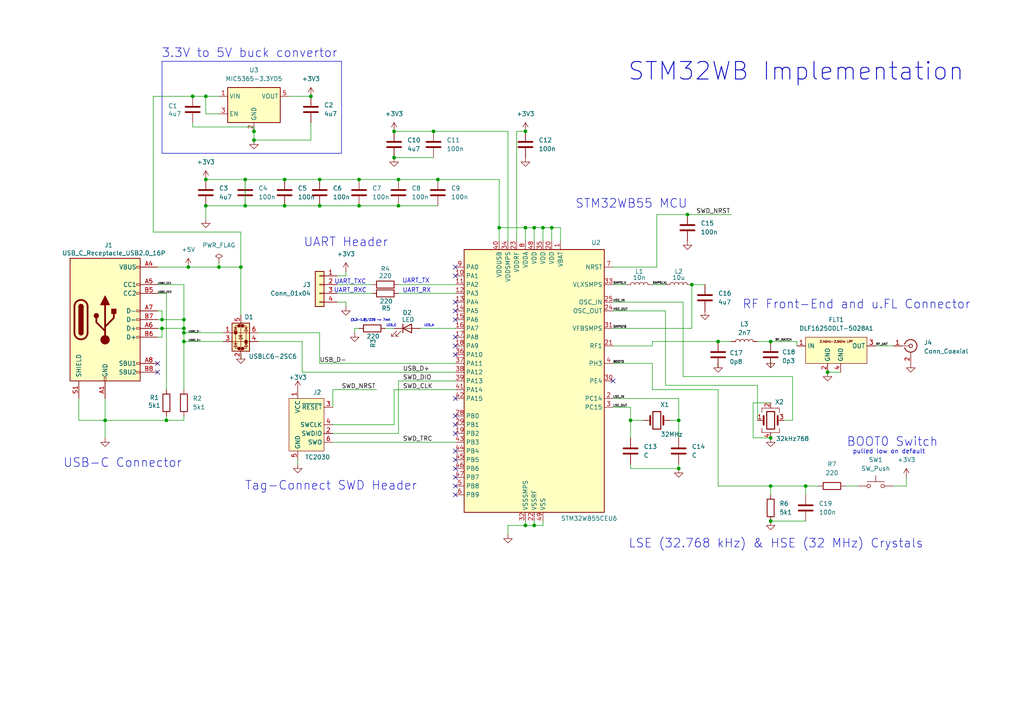
<source format=kicad_sch>
(kicad_sch (version 20250114) (generator "eeschema") (generator_version "9.0")
  (paper "A4")
  (title_block (title "STM32WB Implementation") (date "2025-08-03") (rev "A") (company "Amy Zheng"))
  (lib_symbols
    (symbol "BluephilDemo_SchematicSymbols:DLF162500LT-5028A1_"
      (property "Reference" "FLT" (at 0 4.318 0))
      (property "Value" "DLF162500LT-5028A1" (at 0 0 0))
      (symbol "DLF162500LT-5028A1__0_0"
        (pin passive line (at -10.16 0 0) (length 2.54) (name "IN") (number "1"))
        (pin passive line (at -1.27 -7.62 90) (length 2.54) (name "GND") (number "2"))
        (pin passive line (at 2.54 -7.62 90) (length 2.54) (name "GND") (number "4"))
        (pin passive line (at 12.7 0 180) (length 2.54) (name "OUT") (number "3"))
      )
      (symbol "DLF162500LT-5028A1__1_1"
        (rectangle (start -7.62 2.54) (end 10.16 -5.08) (fill (type background)))
        (text "2.4GHz-2.5GHz LPF" (at 1.27 1.27 0) (effects (font (size 0.635 0.635))))
      )
    )
    (symbol "Connector:Conn_ARM_SWD_TagConnect_TC2030" (in_bom no)
      (property "Reference" "J" (at 2.54 11.43 0))
      (property "Value" "Conn_ARM_SWD_TagConnect_TC2030" (at 5.08 8.89 0))
      (symbol "Conn_ARM_SWD_TagConnect_TC2030_0_0"
        (pin power_in line (at -2.54 10.16 270) (length 2.54) (name "VCC") (number "1"))
        (pin power_in line (at -2.54 -10.16 90) (length 2.54) (name "GND") (number "5"))
        (pin open_collector line (at 7.62 5.08 180) (length 2.54) (name "~{RESET}") (number "3"))
        (pin output line (at 7.62 0 180) (length 2.54) (name "SWCLK") (number "4"))
        (pin bidirectional line (at 7.62 -2.54 180) (length 2.54) (name "SWDIO") (number "2"))
        (pin input line (at 7.62 -5.08 180) (length 2.54) (name "SWO") (number "6"))
      )
      (symbol "Conn_ARM_SWD_TagConnect_TC2030_0_1"
        (rectangle (start -5.08 7.62) (end 5.08 -7.62) (fill (type background)))
      )
    )
    (symbol "Connector:Conn_Coaxial" (pin_names (offset 1.016) (hide yes))
      (property "Reference" "J" (at 0.254 3.048 0))
      (property "Value" "Conn_Coaxial" (at 2.921 0 90))
      (symbol "Conn_Coaxial_0_1"
        (polyline (pts (xy -2.54 0) (xy -0.508 0)))
        (arc (start 1.778 0) (mid 0.222 -1.8079) (end -1.778 -0.508) (stroke (width 0.254)))
        (arc (start -1.778 0.508) (mid 0.2221 1.8084) (end 1.778 0) (stroke (width 0.254)))
        (circle (center 0 0) (radius 0.508) (stroke (width 0.2032)))
        (polyline (pts (xy 0 -2.54) (xy 0 -1.778)))
      )
      (symbol "Conn_Coaxial_1_1"
        (pin passive line (at -5.08 0 0) (length 2.54) (name "In") (number "1"))
        (pin passive line (at 0 -5.08 90) (length 2.54) (name "Ext") (number "2"))
      )
    )
    (symbol "Connector:USB_C_Receptacle_USB2.0_16P" (pin_names (offset 1.016))
      (property "Reference" "J" (at 0 22.225 0))
      (property "Value" "USB_C_Receptacle_USB2.0_16P" (at 0 19.685 0))
      (symbol "USB_C_Receptacle_USB2.0_16P_0_0"
        (rectangle (start -0.254 -17.78) (end 0.254 -16.764))
        (rectangle (start 10.16 15.494) (end 9.144 14.986))
        (rectangle (start 10.16 10.414) (end 9.144 9.906))
        (rectangle (start 10.16 7.874) (end 9.144 7.366))
        (rectangle (start 10.16 2.794) (end 9.144 2.286))
        (rectangle (start 10.16 0.254) (end 9.144 -0.254))
        (rectangle (start 10.16 -2.286) (end 9.144 -2.794))
        (rectangle (start 10.16 -4.826) (end 9.144 -5.334))
        (rectangle (start 10.16 -12.446) (end 9.144 -12.954))
        (rectangle (start 10.16 -14.986) (end 9.144 -15.494))
      )
      (symbol "USB_C_Receptacle_USB2.0_16P_0_1"
        (rectangle (start -10.16 17.78) (end 10.16 -17.78) (stroke (width 0.254)) (fill (type background)))
        (polyline (pts (xy -8.89 -3.81) (xy -8.89 3.81)) (stroke (width 0.508)))
        (rectangle (start -7.62 -3.81) (end -6.35 3.81) (stroke (width 0.254)) (fill (type outline)))
        (arc (start -7.62 3.81) (mid -6.985 4.4423) (end -6.35 3.81) (stroke (width 0.254)))
        (arc (start -7.62 3.81) (mid -6.985 4.4423) (end -6.35 3.81) (stroke (width 0.254)) (fill (type outline)))
        (arc (start -8.89 3.81) (mid -6.985 5.7067) (end -5.08 3.81) (stroke (width 0.508)))
        (arc (start -5.08 -3.81) (mid -6.985 -5.7067) (end -8.89 -3.81) (stroke (width 0.508)))
        (arc (start -6.35 -3.81) (mid -6.985 -4.4423) (end -7.62 -3.81) (stroke (width 0.254)))
        (arc (start -6.35 -3.81) (mid -6.985 -4.4423) (end -7.62 -3.81) (stroke (width 0.254)) (fill (type outline)))
        (polyline (pts (xy -5.08 3.81) (xy -5.08 -3.81)) (stroke (width 0.508)))
        (circle (center -2.54 1.143) (radius 0.635) (stroke (width 0.254)) (fill (type outline)))
        (polyline (pts (xy -1.27 4.318) (xy 0 6.858) (xy 1.27 4.318) (xy -1.27 4.318)) (stroke (width 0.254)) (fill (type outline)))
        (polyline (pts (xy 0 -2.032) (xy 2.54 0.508) (xy 2.54 1.778)) (stroke (width 0.508)))
        (polyline (pts (xy 0 -3.302) (xy -2.54 -0.762) (xy -2.54 0.508)) (stroke (width 0.508)))
        (polyline (pts (xy 0 -5.842) (xy 0 4.318)) (stroke (width 0.508)))
        (circle (center 0 -5.842) (radius 1.27) (fill (type outline)))
        (rectangle (start 1.905 1.778) (end 3.175 3.048) (stroke (width 0.254)) (fill (type outline)))
      )
      (symbol "USB_C_Receptacle_USB2.0_16P_1_1"
        (pin passive line (at -7.62 -22.86 90) (length 5.08) (name "SHIELD") (number "S1"))
        (pin passive line (at 0 -22.86 90) (length 5.08) (name "GND") (number "A1"))
        (pin passive line (at 0 -22.86 90) (length 5.08) (hide yes) (name "GND") (number "A12"))
        (pin passive line (at 0 -22.86 90) (length 5.08) (hide yes) (name "GND") (number "B1"))
        (pin passive line (at 0 -22.86 90) (length 5.08) (hide yes) (name "GND") (number "B12"))
        (pin passive line (at 15.24 15.24 180) (length 5.08) (name "VBUS") (number "A4"))
        (pin passive line (at 15.24 15.24 180) (length 5.08) (hide yes) (name "VBUS") (number "A9"))
        (pin passive line (at 15.24 15.24 180) (length 5.08) (hide yes) (name "VBUS") (number "B4"))
        (pin passive line (at 15.24 15.24 180) (length 5.08) (hide yes) (name "VBUS") (number "B9"))
        (pin bidirectional line (at 15.24 10.16 180) (length 5.08) (name "CC1") (number "A5"))
        (pin bidirectional line (at 15.24 7.62 180) (length 5.08) (name "CC2") (number "B5"))
        (pin bidirectional line (at 15.24 2.54 180) (length 5.08) (name "D-") (number "A7"))
        (pin bidirectional line (at 15.24 0 180) (length 5.08) (name "D-") (number "B7"))
        (pin bidirectional line (at 15.24 -2.54 180) (length 5.08) (name "D+") (number "A6"))
        (pin bidirectional line (at 15.24 -5.08 180) (length 5.08) (name "D+") (number "B6"))
        (pin bidirectional line (at 15.24 -12.7 180) (length 5.08) (name "SBU1") (number "A8"))
        (pin bidirectional line (at 15.24 -15.24 180) (length 5.08) (name "SBU2") (number "B8"))
      )
    )
    (symbol "Connector_Generic:Conn_01x04" (pin_names (offset 1.016) (hide yes))
      (property "Reference" "J" (at 0 5.08 0))
      (property "Value" "Conn_01x04" (at 0 -7.62 0))
      (symbol "Conn_01x04_1_1"
        (rectangle (start -1.27 3.81) (end 1.27 -6.35) (stroke (width 0.254)) (fill (type background)))
        (rectangle (start -1.27 2.667) (end 0 2.413) (stroke (width 0.1524)))
        (rectangle (start -1.27 0.127) (end 0 -0.127) (stroke (width 0.1524)))
        (rectangle (start -1.27 -2.413) (end 0 -2.667) (stroke (width 0.1524)))
        (rectangle (start -1.27 -4.953) (end 0 -5.207) (stroke (width 0.1524)))
        (pin passive line (at -5.08 2.54 0) (length 3.81) (name "Pin_1") (number "1"))
        (pin passive line (at -5.08 0 0) (length 3.81) (name "Pin_2") (number "2"))
        (pin passive line (at -5.08 -2.54 0) (length 3.81) (name "Pin_3") (number "3"))
        (pin passive line (at -5.08 -5.08 0) (length 3.81) (name "Pin_4") (number "4"))
      )
    )
    (symbol "Device:C" (pin_numbers (hide yes)) (pin_names (offset 0.254))
      (property "Reference" "C" (at 0.635 2.54 0))
      (property "Value" "C" (at 0.635 -2.54 0))
      (symbol "C_0_1"
        (polyline (pts (xy -2.032 0.762) (xy 2.032 0.762)) (stroke (width 0.508)))
        (polyline (pts (xy -2.032 -0.762) (xy 2.032 -0.762)) (stroke (width 0.508)))
      )
      (symbol "C_1_1"
        (pin passive line (at 0 3.81 270) (length 2.794) (name "~") (number "1"))
        (pin passive line (at 0 -3.81 90) (length 2.794) (name "~") (number "2"))
      )
    )
    (symbol "Device:Crystal" (pin_numbers (hide yes)) (pin_names (offset 1.016) (hide yes))
      (property "Reference" "Y" (at 0 3.81 0))
      (property "Value" "Crystal" (at 0 -3.81 0))
      (symbol "Crystal_0_1"
        (polyline (pts (xy -2.54 0) (xy -1.905 0)))
        (polyline (pts (xy -1.905 -1.27) (xy -1.905 1.27)) (stroke (width 0.508)))
        (rectangle (start -1.143 2.54) (end 1.143 -2.54) (stroke (width 0.3048)))
        (polyline (pts (xy 1.905 -1.27) (xy 1.905 1.27)) (stroke (width 0.508)))
        (polyline (pts (xy 2.54 0) (xy 1.905 0)))
      )
      (symbol "Crystal_1_1"
        (pin passive line (at -3.81 0 0) (length 1.27) (name "1") (number "1"))
        (pin passive line (at 3.81 0 180) (length 1.27) (name "2") (number "2"))
      )
    )
    (symbol "Device:Crystal_GND24" (pin_names (offset 1.016) (hide yes))
      (property "Reference" "Y" (at 3.175 5.08 0))
      (property "Value" "Crystal_GND24" (at 3.175 3.175 0))
      (symbol "Crystal_GND24_0_1"
        (polyline (pts (xy -2.54 2.286) (xy -2.54 3.556) (xy 2.54 3.556) (xy 2.54 2.286)))
        (polyline (pts (xy -2.54 0) (xy -2.032 0)))
        (polyline (pts (xy -2.54 -2.286) (xy -2.54 -3.556) (xy 2.54 -3.556) (xy 2.54 -2.286)))
        (polyline (pts (xy -2.032 -1.27) (xy -2.032 1.27)) (stroke (width 0.508)))
        (rectangle (start -1.143 2.54) (end 1.143 -2.54) (stroke (width 0.3048)))
        (polyline (pts (xy 0 3.556) (xy 0 3.81)))
        (polyline (pts (xy 0 -3.81) (xy 0 -3.556)))
        (polyline (pts (xy 2.032 0) (xy 2.54 0)))
        (polyline (pts (xy 2.032 -1.27) (xy 2.032 1.27)) (stroke (width 0.508)))
      )
      (symbol "Crystal_GND24_1_1"
        (pin passive line (at -3.81 0 0) (length 1.27) (name "1") (number "1"))
        (pin passive line (at 0 5.08 270) (length 1.27) (name "2") (number "2"))
        (pin passive line (at 0 -5.08 90) (length 1.27) (name "4") (number "4"))
        (pin passive line (at 3.81 0 180) (length 1.27) (name "3") (number "3"))
      )
    )
    (symbol "Device:L" (pin_numbers (hide yes)) (pin_names (offset 1.016) (hide yes))
      (property "Reference" "L" (at -1.27 0 90))
      (property "Value" "L" (at 1.905 0 90))
      (symbol "L_0_1"
        (arc (start 0 2.54) (mid 0.6323 1.905) (end 0 1.27))
        (arc (start 0 1.27) (mid 0.6323 0.635) (end 0 0))
        (arc (start 0 0) (mid 0.6323 -0.635) (end 0 -1.27))
        (arc (start 0 -1.27) (mid 0.6323 -1.905) (end 0 -2.54))
      )
      (symbol "L_1_1"
        (pin passive line (at 0 3.81 270) (length 1.27) (name "1") (number "1"))
        (pin passive line (at 0 -3.81 90) (length 1.27) (name "2") (number "2"))
      )
    )
    (symbol "Device:LED" (pin_numbers (hide yes)) (pin_names (offset 1.016) (hide yes))
      (property "Reference" "D" (at 0 2.54 0))
      (property "Value" "LED" (at 0 -2.54 0))
      (symbol "LED_0_1"
        (polyline (pts (xy -3.048 -0.762) (xy -4.572 -2.286) (xy -3.81 -2.286) (xy -4.572 -2.286) (xy -4.572 -1.524)))
        (polyline (pts (xy -1.778 -0.762) (xy -3.302 -2.286) (xy -2.54 -2.286) (xy -3.302 -2.286) (xy -3.302 -1.524)))
        (polyline (pts (xy -1.27 0) (xy 1.27 0)))
        (polyline (pts (xy -1.27 -1.27) (xy -1.27 1.27)) (stroke (width 0.254)))
        (polyline (pts (xy 1.27 -1.27) (xy 1.27 1.27) (xy -1.27 0) (xy 1.27 -1.27)) (stroke (width 0.254)))
      )
      (symbol "LED_1_1"
        (pin passive line (at -3.81 0 0) (length 2.54) (name "K") (number "1"))
        (pin passive line (at 3.81 0 180) (length 2.54) (name "A") (number "2"))
      )
    )
    (symbol "Device:R" (pin_numbers (hide yes)) (pin_names (offset 0))
      (property "Reference" "R" (at 2.032 0 90))
      (property "Value" "R" (at 0 0 90))
      (symbol "R_0_1"
        (rectangle (start -1.016 -2.54) (end 1.016 2.54) (stroke (width 0.254)))
      )
      (symbol "R_1_1"
        (pin passive line (at 0 3.81 270) (length 1.27) (name "~") (number "1"))
        (pin passive line (at 0 -3.81 90) (length 1.27) (name "~") (number "2"))
      )
    )
    (symbol "MCU_ST_STM32WB:STM32WB55CEUx"
      (property "Reference" "U" (at -20.32 39.37 0))
      (property "Value" "STM32WB55CEUx" (at 12.7 39.37 0))
      (symbol "STM32WB55CEUx_0_1"
        (rectangle (start -20.32 -38.1) (end 20.32 38.1) (stroke (width 0.254)) (fill (type background)))
      )
      (symbol "STM32WB55CEUx_1_1"
        (pin input line (at -22.86 33.02 0) (length 2.54) (name "NRST") (number "7"))
        (pin power_in line (at -22.86 27.94 0) (length 2.54) (name "VLXSMPS") (number "33"))
        (pin input line (at -22.86 22.86 0) (length 2.54) (name "OSC_IN") (number "25"))
        (pin input line (at -22.86 20.32 0) (length 2.54) (name "OSC_OUT") (number "24"))
        (pin input line (at -22.86 15.24 0) (length 2.54) (name "VFBSMPS") (number "31"))
        (pin bidirectional line (at -22.86 10.16 0) (length 2.54) (name "RF1") (number "21"))
        (pin bidirectional line (at -22.86 5.08 0) (length 2.54) (name "PH3") (number "4"))
        (pin bidirectional line (at -22.86 0 0) (length 2.54) (name "PE4") (number "30"))
        (pin bidirectional line (at -22.86 -5.08 0) (length 2.54) (name "PC14") (number "2"))
        (pin bidirectional line (at -22.86 -7.62 0) (length 2.54) (name "PC15") (number "3"))
        (pin no_connect line (at -20.32 -35.56 0) (length 2.54) (hide yes) (name "AT1") (number "27"))
        (pin no_connect line (at -20.32 -38.1 0) (length 2.54) (hide yes) (name "AT0") (number "26"))
        (pin power_in line (at -7.62 40.64 270) (length 2.54) (name "VBAT") (number "1"))
        (pin power_in line (at -5.08 40.64 270) (length 2.54) (name "VDD") (number "20"))
        (pin power_in line (at -2.54 40.64 270) (length 2.54) (name "VDD") (number "35"))
        (pin power_in line (at -2.54 -40.64 90) (length 2.54) (name "VSS") (number "49"))
        (pin power_in line (at 0 40.64 270) (length 2.54) (name "VDD") (number "48"))
        (pin power_in line (at 0 -40.64 90) (length 2.54) (name "VSSRF") (number "22"))
        (pin power_in line (at 2.54 40.64 270) (length 2.54) (name "VDDA") (number "8"))
        (pin power_in line (at 2.54 -40.64 90) (length 2.54) (name "VSSSMPS") (number "32"))
        (pin power_in line (at 5.08 40.64 270) (length 2.54) (name "VDDRF") (number "23"))
        (pin power_in line (at 7.62 40.64 270) (length 2.54) (name "VDDSMPS") (number "34"))
        (pin power_in line (at 10.16 40.64 270) (length 2.54) (name "VDDUSB") (number "40"))
        (pin bidirectional line (at 22.86 33.02 180) (length 2.54) (name "PA0") (number "9"))
        (pin bidirectional line (at 22.86 30.48 180) (length 2.54) (name "PA1") (number "10"))
        (pin bidirectional line (at 22.86 27.94 180) (length 2.54) (name "PA2") (number "11"))
        (pin bidirectional line (at 22.86 25.4 180) (length 2.54) (name "PA3") (number "12"))
        (pin bidirectional line (at 22.86 22.86 180) (length 2.54) (name "PA4") (number "13"))
        (pin bidirectional line (at 22.86 20.32 180) (length 2.54) (name "PA5") (number "14"))
        (pin bidirectional line (at 22.86 17.78 180) (length 2.54) (name "PA6") (number "15"))
        (pin bidirectional line (at 22.86 15.24 180) (length 2.54) (name "PA7") (number "16"))
        (pin bidirectional line (at 22.86 12.7 180) (length 2.54) (name "PA8") (number "17"))
        (pin bidirectional line (at 22.86 10.16 180) (length 2.54) (name "PA9") (number "18"))
        (pin bidirectional line (at 22.86 7.62 180) (length 2.54) (name "PA10") (number "36"))
        (pin bidirectional line (at 22.86 5.08 180) (length 2.54) (name "PA11") (number "37"))
        (pin bidirectional line (at 22.86 2.54 180) (length 2.54) (name "PA12") (number "38"))
        (pin bidirectional line (at 22.86 0 180) (length 2.54) (name "PA13") (number "39"))
        (pin bidirectional line (at 22.86 -2.54 180) (length 2.54) (name "PA14") (number "41"))
        (pin bidirectional line (at 22.86 -5.08 180) (length 2.54) (name "PA15") (number "42"))
        (pin bidirectional line (at 22.86 -10.16 180) (length 2.54) (name "PB0") (number "28"))
        (pin bidirectional line (at 22.86 -12.7 180) (length 2.54) (name "PB1") (number "29"))
        (pin bidirectional line (at 22.86 -15.24 180) (length 2.54) (name "PB2") (number "19"))
        (pin bidirectional line (at 22.86 -17.78 180) (length 2.54) (name "PB3") (number "43"))
        (pin bidirectional line (at 22.86 -20.32 180) (length 2.54) (name "PB4") (number "44"))
        (pin bidirectional line (at 22.86 -22.86 180) (length 2.54) (name "PB5") (number "45"))
        (pin bidirectional line (at 22.86 -25.4 180) (length 2.54) (name "PB6") (number "46"))
        (pin bidirectional line (at 22.86 -27.94 180) (length 2.54) (name "PB7") (number "47"))
        (pin bidirectional line (at 22.86 -30.48 180) (length 2.54) (name "PB8") (number "5"))
        (pin bidirectional line (at 22.86 -33.02 180) (length 2.54) (name "PB9") (number "6"))
      )
    )
    (symbol "Power_Protection:USBLC6-2SC6" (pin_names (hide yes))
      (property "Reference" "U" (at 0.635 5.715 0))
      (property "Value" "USBLC6-2SC6" (at 0.635 3.81 0))
      (symbol "USBLC6-2SC6_0_0"
        (circle (center -1.524 0) (radius 0.0001) (stroke (width 0.508)))
        (circle (center -0.508 2.032) (radius 0.0001) (stroke (width 0.508)))
        (circle (center -0.508 -4.572) (radius 0.0001) (stroke (width 0.508)))
        (circle (center 0.508 2.032) (radius 0.0001) (stroke (width 0.508)))
        (circle (center 0.508 -4.572) (radius 0.0001) (stroke (width 0.508)))
        (circle (center 1.524 -2.54) (radius 0.0001) (stroke (width 0.508)))
      )
      (symbol "USBLC6-2SC6_0_1"
        (polyline (pts (xy -2.54 0) (xy 2.54 0)))
        (polyline (pts (xy -2.54 -2.54) (xy 2.54 -2.54)))
        (polyline (pts (xy -2.032 0.508) (xy -1.016 0.508) (xy -1.524 1.524) (xy -2.032 0.508)))
        (polyline (pts (xy -2.032 -3.048) (xy -1.016 -3.048)))
        (polyline (pts (xy -1.016 1.524) (xy -2.032 1.524)))
        (polyline (pts (xy -1.016 -4.064) (xy -2.032 -4.064) (xy -1.524 -3.048) (xy -1.016 -4.064)))
        (polyline (pts (xy -0.508 -1.143) (xy -0.508 -0.762) (xy 0.508 -0.762)))
        (polyline (pts (xy 0 2.54) (xy -0.508 2.032) (xy 0.508 2.032) (xy 0 1.524) (xy 0 -4.064) (xy -0.508 -4.572) (xy 0.508 -4.572) (xy 0 -5.08)))
        (polyline (pts (xy 0.508 -1.778) (xy -0.508 -1.778) (xy 0 -0.762) (xy 0.508 -1.778)))
        (polyline (pts (xy 1.016 1.524) (xy 2.032 1.524)))
        (polyline (pts (xy 1.016 -3.048) (xy 2.032 -3.048)))
        (polyline (pts (xy 2.032 0.508) (xy 1.016 0.508) (xy 1.524 1.524) (xy 2.032 0.508)))
        (polyline (pts (xy 2.032 -4.064) (xy 1.016 -4.064) (xy 1.524 -3.048) (xy 2.032 -4.064)))
      )
      (symbol "USBLC6-2SC6_1_1"
        (rectangle (start -2.54 2.794) (end 2.54 -5.334) (stroke (width 0.254)) (fill (type background)))
        (polyline (pts (xy -0.508 2.032) (xy -1.524 2.032) (xy -1.524 -4.572) (xy -0.508 -4.572)))
        (polyline (pts (xy 0.508 -4.572) (xy 1.524 -4.572) (xy 1.524 2.032) (xy 0.508 2.032)))
        (pin passive line (at -5.08 0 0) (length 2.54) (name "I/O1") (number "1"))
        (pin passive line (at -5.08 -2.54 0) (length 2.54) (name "I/O2") (number "3"))
        (pin passive line (at 0 5.08 270) (length 2.54) (name "VBUS") (number "5"))
        (pin passive line (at 0 -7.62 90) (length 2.54) (name "GND") (number "2"))
        (pin passive line (at 5.08 0 180) (length 2.54) (name "I/O1") (number "6"))
        (pin passive line (at 5.08 -2.54 180) (length 2.54) (name "I/O2") (number "4"))
      )
    )
    (symbol "Regulator_Linear:MIC5365-3.3YD5"
      (property "Reference" "U" (at -7.62 6.35 0))
      (property "Value" "MIC5365-3.3YD5" (at 0 6.35 0))
      (symbol "MIC5365-3.3YD5_0_1"
        (rectangle (start -7.62 -5.08) (end 7.62 5.08) (stroke (width 0.254)) (fill (type background)))
      )
      (symbol "MIC5365-3.3YD5_1_1"
        (pin power_in line (at -10.16 2.54 0) (length 2.54) (name "VIN") (number "1"))
        (pin input line (at -10.16 -2.54 0) (length 2.54) (name "EN") (number "3"))
        (pin power_in line (at 0 -7.62 90) (length 2.54) (name "GND") (number "2"))
        (pin no_connect line (at 7.62 -2.54 180) (length 2.54) (hide yes) (name "NC") (number "4"))
        (pin power_out line (at 10.16 2.54 180) (length 2.54) (name "VOUT") (number "5"))
      )
    )
    (symbol "Switch:SW_Push" (pin_numbers (hide yes)) (pin_names (offset 1.016) (hide yes))
      (property "Reference" "SW" (at 1.27 2.54 0))
      (property "Value" "SW_Push" (at 0 -1.524 0))
      (symbol "SW_Push_0_1"
        (circle (center -2.032 0) (radius 0.508))
        (polyline (pts (xy 0 1.27) (xy 0 3.048)))
        (circle (center 2.032 0) (radius 0.508))
        (polyline (pts (xy 2.54 1.27) (xy -2.54 1.27)))
        (pin passive line (at -5.08 0 0) (length 2.54) (name "1") (number "1"))
        (pin passive line (at 5.08 0 180) (length 2.54) (name "2") (number "2"))
      )
    )
    (symbol "power:+3V3" (power) (pin_numbers (hide yes)) (pin_names (offset 0) (hide yes))
      (property "Value" "+3V3" (at 0 3.556 0))
      (symbol "+3V3_0_1"
        (polyline (pts (xy -0.762 1.27) (xy 0 2.54)))
        (polyline (pts (xy 0 2.54) (xy 0.762 1.27)))
        (polyline (pts (xy 0 0) (xy 0 2.54)))
      )
      (symbol "+3V3_1_1"
        (pin power_in line (at 0 0 90) (length 0) (name "~") (number "1"))
      )
    )
    (symbol "power:+5V" (power) (pin_numbers (hide yes)) (pin_names (offset 0) (hide yes))
      (property "Value" "+5V" (at 0 3.556 0))
      (symbol "+5V_0_1"
        (polyline (pts (xy -0.762 1.27) (xy 0 2.54)))
        (polyline (pts (xy 0 2.54) (xy 0.762 1.27)))
        (polyline (pts (xy 0 0) (xy 0 2.54)))
      )
      (symbol "+5V_1_1"
        (pin power_in line (at 0 0 90) (length 0) (name "~") (number "1"))
      )
    )
    (symbol "power:GND" (power) (pin_numbers (hide yes)) (pin_names (offset 0) (hide yes))
      (property "Value" "GND" (at 0 -3.81 0))
      (symbol "GND_0_1"
        (polyline (pts (xy 0 0) (xy 0 -1.27) (xy 1.27 -1.27) (xy 0 -2.54) (xy -1.27 -1.27) (xy 0 -1.27)))
      )
      (symbol "GND_1_1"
        (pin power_in line (at 0 0 270) (length 0) (name "~") (number "1"))
      )
    )
    (symbol "power:PWR_FLAG" (power) (pin_numbers (hide yes)) (pin_names (offset 0) (hide yes))
      (property "Value" "PWR_FLAG" (at 0 3.81 0))
      (symbol "PWR_FLAG_0_0"
        (pin power_out line (at 0 0 90) (length 0) (name "~") (number "1"))
      )
      (symbol "PWR_FLAG_0_1"
        (polyline (pts (xy 0 0) (xy 0 1.27) (xy -1.016 1.905) (xy 0 2.54) (xy 1.016 1.905) (xy 0 1.27)))
      )
    )
  )
  (text "Tag-Connect SWD Header" (at 96.012 140.97 0) (effects (font (size 2.54 2.54) (thickness 0.1588))))
  (text "LED_A" (at 124.46 94.488 0) (effects (font (size 0.635 0.635))))
  (text "pulled low on default" (at 257.81 131.064 0) (effects (font (size 1.27 1.27) (thickness 0.1588))))
  (text "USB-C Connector" (at 35.56 134.366 0) (effects (font (size 2.54 2.54) (thickness 0.1588))))
  (text "LSE (32.768 kHz) & HSE (32 MHz) Crystals" (at 225.044 157.734 0) (effects (font (size 2.54 2.54) (thickness 0.1588))))
  (text "LED_C" (at 113.538 94.488 0) (effects (font (size 0.635 0.635))))
  (text "(3.3-1.8)/220 ~= 7mA" (at 107.442 92.964 0) (effects (font (size 0.635 0.635))))
  (text "STM32WB Implementation" (at 230.886 20.828 0) (effects (font (size 5.08 5.08) (thickness 0.254) (bold yes))))
  (text "UART_RX\n" (at 120.904 84.328 0) (effects (font (size 1.27 1.27))))
  (text "UART Header" (at 100.33 70.358 0) (effects (font (size 2.54 2.54) (thickness 0.1588))))
  (text "UART_TXC" (at 101.6 81.788 0) (effects (font (size 1.27 1.27))))
  (text "UART_RXC\n\n" (at 101.6 85.344 0) (effects (font (size 1.27 1.27))))
  (text "RF Front-End and u.FL Connector" (at 248.412 88.392 0) (effects (font (size 2.54 2.54) (thickness 0.1588))))
  (text "STM32WB55 MCU" (at 183.134 59.182 0) (effects (font (size 2.54 2.54) (thickness 0.1588))))
  (text "UART_TX" (at 120.65 81.534 0) (effects (font (size 1.27 1.27))))
  (text "3.3V to 5V buck convertor\n" (at 72.39 15.494 0) (effects (font (size 2.54 2.54) (thickness 0.1588))))
  (text "BOOT0 Switch" (at 258.826 128.27 0) (effects (font (size 2.54 2.54) (thickness 0.1588))))
  (junction (at 46.99 95.25))
  (junction (at 196.85 121.92))
  (junction (at 157.48 66.04))
  (junction (at 53.34 99.06))
  (junction (at 104.14 59.69))
  (junction (at 90.17 27.94))
  (junction (at 104.14 52.07))
  (junction (at 115.57 52.07))
  (junction (at 69.85 77.47))
  (junction (at 59.69 27.94))
  (junction (at 199.39 62.23))
  (junction (at 152.4 38.1))
  (junction (at 92.71 59.69))
  (junction (at 152.4 66.04))
  (junction (at 223.52 151.13))
  (junction (at 73.66 38.1))
  (junction (at 115.57 59.69))
  (junction (at 54.61 77.47))
  (junction (at 127 52.07))
  (junction (at 160.02 66.04))
  (junction (at 223.52 140.97))
  (junction (at 200.66 82.55))
  (junction (at 208.28 99.06))
  (junction (at 114.3 38.1))
  (junction (at 63.5 77.47))
  (junction (at 82.55 52.07))
  (junction (at 46.99 92.71))
  (junction (at 154.94 152.4))
  (junction (at 48.26 121.92))
  (junction (at 59.69 59.69))
  (junction (at 92.71 52.07))
  (junction (at 196.85 135.89))
  (junction (at 59.69 52.07))
  (junction (at 114.3 45.72))
  (junction (at 71.12 52.07))
  (junction (at 233.68 140.97))
  (junction (at 71.12 59.69))
  (junction (at 223.52 127))
  (junction (at 223.52 99.06))
  (junction (at 240.03 107.95))
  (junction (at 53.34 92.71))
  (junction (at 82.55 59.69))
  (junction (at 73.66 40.64))
  (junction (at 125.73 38.1))
  (junction (at 30.48 121.92))
  (junction (at 152.4 152.4))
  (junction (at 55.88 27.94))
  (junction (at 154.94 66.04))
  (junction (at 53.34 95.25))
  (junction (at 182.88 121.92))
  (junction (at 144.78 66.04))
  (junction (at 53.34 96.52))
  (no_connect (at 45.72 107.95))
  (no_connect (at 132.08 123.19))
  (no_connect (at 132.08 135.89))
  (no_connect (at 177.8 110.49))
  (no_connect (at 132.08 143.51))
  (no_connect (at 132.08 90.17))
  (no_connect (at 132.08 77.47))
  (no_connect (at 132.08 102.87))
  (no_connect (at 132.08 97.79))
  (no_connect (at 132.08 133.35))
  (no_connect (at 45.72 105.41))
  (no_connect (at 132.08 80.01))
  (no_connect (at 132.08 120.65))
  (no_connect (at 132.08 130.81))
  (no_connect (at 132.08 138.43))
  (no_connect (at 132.08 125.73))
  (no_connect (at 132.08 92.71))
  (no_connect (at 132.08 115.57))
  (no_connect (at 132.08 87.63))
  (no_connect (at 132.08 100.33))
  (no_connect (at 132.08 140.97))
  (wire (pts (xy 96.52 113.03) (xy 109.22 113.03)))
  (wire (pts (xy 97.79 85.09) (xy 107.95 85.09)))
  (wire (pts (xy 115.57 82.55) (xy 132.08 82.55)))
  (wire (pts (xy 208.28 105.41) (xy 208.28 106.68)))
  (wire (pts (xy 196.85 135.89) (xy 196.85 134.62)))
  (wire (pts (xy 53.34 99.06) (xy 53.34 113.03)))
  (wire (pts (xy 208.28 99.06) (xy 212.09 99.06)))
  (wire (pts (xy 254 100.33) (xy 259.08 100.33)))
  (wire (pts (xy 73.66 38.1) (xy 73.66 40.64)))
  (wire (pts (xy 73.66 40.64) (xy 90.17 40.64)))
  (wire (pts (xy 48.26 121.92) (xy 48.26 120.65)))
  (wire (pts (xy 189.23 82.55) (xy 193.04 82.55)))
  (wire (pts (xy 46.99 97.79) (xy 46.99 95.25)))
  (wire (pts (xy 102.87 95.25) (xy 104.14 95.25)))
  (wire (pts (xy 96.52 125.73) (xy 115.57 125.73)))
  (wire (pts (xy 92.71 105.41) (xy 132.08 105.41)))
  (wire (pts (xy 198.12 109.22) (xy 229.87 109.22)))
  (wire (pts (xy 240.03 107.95) (xy 243.84 107.95)))
  (wire (pts (xy 102.87 96.52) (xy 102.87 95.25)))
  (wire (pts (xy 219.71 99.06) (xy 223.52 99.06)))
  (wire (pts (xy 121.92 95.25) (xy 132.08 95.25)))
  (wire (pts (xy 53.34 92.71) (xy 53.34 95.25)))
  (wire (pts (xy 48.26 121.92) (xy 53.34 121.92)))
  (wire (pts (xy 182.88 121.92) (xy 182.88 118.11)))
  (wire (pts (xy 45.72 95.25) (xy 46.99 95.25)))
  (wire (pts (xy 115.57 110.49) (xy 132.08 110.49)))
  (wire (pts (xy 48.26 113.03) (xy 48.26 85.09)))
  (wire (pts (xy 147.32 38.1) (xy 147.32 69.85)))
  (polyline (pts (xy 99.06 17.78) (xy 99.06 44.45)))
  (wire (pts (xy 177.8 77.47) (xy 190.5 77.47)))
  (wire (pts (xy 177.8 90.17) (xy 193.04 90.17)))
  (wire (pts (xy 69.85 67.31) (xy 44.45 67.31)))
  (wire (pts (xy 229.87 121.92) (xy 227.33 121.92)))
  (wire (pts (xy 100.33 87.63) (xy 100.33 88.9)))
  (wire (pts (xy 125.73 38.1) (xy 147.32 38.1)))
  (wire (pts (xy 59.69 59.69) (xy 59.69 63.5)))
  (wire (pts (xy 59.69 27.94) (xy 63.5 27.94)))
  (wire (pts (xy 182.88 134.62) (xy 182.88 135.89)))
  (wire (pts (xy 219.71 111.76) (xy 219.71 121.92)))
  (wire (pts (xy 177.8 105.41) (xy 189.23 105.41)))
  (wire (pts (xy 53.34 121.92) (xy 53.34 120.65)))
  (wire (pts (xy 144.78 52.07) (xy 144.78 66.04)))
  (wire (pts (xy 177.8 82.55) (xy 181.61 82.55)))
  (wire (pts (xy 46.99 90.17) (xy 46.99 92.71)))
  (wire (pts (xy 53.34 95.25) (xy 53.34 96.52)))
  (wire (pts (xy 223.52 99.06) (xy 231.14 99.06)))
  (wire (pts (xy 44.45 27.94) (xy 55.88 27.94)))
  (wire (pts (xy 154.94 151.13) (xy 154.94 152.4)))
  (wire (pts (xy 69.85 77.47) (xy 69.85 91.44)))
  (wire (pts (xy 223.52 116.84) (xy 218.44 116.84)))
  (wire (pts (xy 45.72 77.47) (xy 54.61 77.47)))
  (wire (pts (xy 45.72 90.17) (xy 46.99 90.17)))
  (wire (pts (xy 115.57 59.69) (xy 127 59.69)))
  (wire (pts (xy 73.66 36.83) (xy 73.66 38.1)))
  (wire (pts (xy 55.88 27.94) (xy 59.69 27.94)))
  (wire (pts (xy 63.5 77.47) (xy 69.85 77.47)))
  (wire (pts (xy 177.8 95.25) (xy 200.66 95.25)))
  (wire (pts (xy 63.5 33.02) (xy 59.69 33.02)))
  (polyline (pts (xy 99.06 44.45) (xy 46.99 44.45)))
  (wire (pts (xy 154.94 152.4) (xy 152.4 152.4)))
  (wire (pts (xy 229.87 109.22) (xy 229.87 121.92)))
  (wire (pts (xy 223.52 151.13) (xy 233.68 151.13)))
  (wire (pts (xy 177.8 118.11) (xy 182.88 118.11)))
  (wire (pts (xy 262.89 140.97) (xy 262.89 138.43)))
  (wire (pts (xy 147.32 152.4) (xy 152.4 152.4)))
  (wire (pts (xy 199.39 62.23) (xy 212.09 62.23)))
  (wire (pts (xy 22.86 121.92) (xy 30.48 121.92)))
  (wire (pts (xy 104.14 59.69) (xy 115.57 59.69)))
  (wire (pts (xy 44.45 27.94) (xy 44.45 67.31)))
  (wire (pts (xy 115.57 85.09) (xy 132.08 85.09)))
  (wire (pts (xy 177.8 115.57) (xy 196.85 115.57)))
  (wire (pts (xy 69.85 77.47) (xy 69.85 67.31)))
  (wire (pts (xy 115.57 52.07) (xy 127 52.07)))
  (wire (pts (xy 46.99 92.71) (xy 53.34 92.71)))
  (wire (pts (xy 200.66 95.25) (xy 200.66 82.55)))
  (wire (pts (xy 177.8 100.33) (xy 189.23 100.33)))
  (wire (pts (xy 87.63 99.06) (xy 87.63 107.95)))
  (wire (pts (xy 189.23 100.33) (xy 189.23 99.06)))
  (wire (pts (xy 190.5 62.23) (xy 199.39 62.23)))
  (wire (pts (xy 53.34 96.52) (xy 53.34 99.06)))
  (wire (pts (xy 162.56 69.85) (xy 162.56 66.04)))
  (wire (pts (xy 97.79 87.63) (xy 100.33 87.63)))
  (wire (pts (xy 154.94 152.4) (xy 157.48 152.4)))
  (wire (pts (xy 54.61 77.47) (xy 63.5 77.47)))
  (wire (pts (xy 127 52.07) (xy 144.78 52.07)))
  (wire (pts (xy 196.85 115.57) (xy 196.85 121.92)))
  (wire (pts (xy 152.4 66.04) (xy 154.94 66.04)))
  (wire (pts (xy 96.52 118.11) (xy 96.52 113.03)))
  (wire (pts (xy 182.88 127) (xy 182.88 121.92)))
  (wire (pts (xy 218.44 116.84) (xy 218.44 127)))
  (wire (pts (xy 71.12 59.69) (xy 82.55 59.69)))
  (wire (pts (xy 30.48 115.57) (xy 30.48 121.92)))
  (wire (pts (xy 144.78 66.04) (xy 152.4 66.04)))
  (wire (pts (xy 200.66 82.55) (xy 204.47 82.55)))
  (wire (pts (xy 152.4 66.04) (xy 152.4 69.85)))
  (wire (pts (xy 208.28 140.97) (xy 223.52 140.97)))
  (wire (pts (xy 149.86 38.1) (xy 152.4 38.1)))
  (wire (pts (xy 111.76 95.25) (xy 114.3 95.25)))
  (wire (pts (xy 96.52 128.27) (xy 132.08 128.27)))
  (wire (pts (xy 157.48 66.04) (xy 157.48 69.85)))
  (wire (pts (xy 74.93 99.06) (xy 87.63 99.06)))
  (wire (pts (xy 157.48 66.04) (xy 160.02 66.04)))
  (wire (pts (xy 71.12 52.07) (xy 71.12 59.69)))
  (wire (pts (xy 59.69 33.02) (xy 59.69 27.94)))
  (wire (pts (xy 53.34 92.71) (xy 53.34 82.55)))
  (wire (pts (xy 196.85 121.92) (xy 196.85 127)))
  (wire (pts (xy 114.3 38.1) (xy 125.73 38.1)))
  (wire (pts (xy 160.02 66.04) (xy 160.02 69.85)))
  (wire (pts (xy 245.11 140.97) (xy 248.92 140.97)))
  (wire (pts (xy 83.82 27.94) (xy 90.17 27.94)))
  (wire (pts (xy 100.33 80.01) (xy 97.79 80.01)))
  (wire (pts (xy 71.12 52.07) (xy 82.55 52.07)))
  (wire (pts (xy 190.5 77.47) (xy 190.5 62.23)))
  (wire (pts (xy 63.5 76.2) (xy 63.5 77.47)))
  (wire (pts (xy 48.26 85.09) (xy 45.72 85.09)))
  (wire (pts (xy 144.78 66.04) (xy 144.78 69.85)))
  (wire (pts (xy 96.52 123.19) (xy 114.3 123.19)))
  (wire (pts (xy 97.79 82.55) (xy 107.95 82.55)))
  (wire (pts (xy 59.69 52.07) (xy 71.12 52.07)))
  (wire (pts (xy 154.94 66.04) (xy 154.94 69.85)))
  (wire (pts (xy 104.14 52.07) (xy 115.57 52.07)))
  (wire (pts (xy 86.36 133.35) (xy 86.36 134.62)))
  (wire (pts (xy 30.48 127) (xy 30.48 121.92)))
  (wire (pts (xy 149.86 38.1) (xy 149.86 69.85)))
  (wire (pts (xy 223.52 104.14) (xy 223.52 106.68)))
  (wire (pts (xy 218.44 127) (xy 223.52 127)))
  (wire (pts (xy 82.55 59.69) (xy 92.71 59.69)))
  (wire (pts (xy 223.52 140.97) (xy 223.52 143.51)))
  (wire (pts (xy 55.88 35.56) (xy 55.88 36.83)))
  (wire (pts (xy 189.23 105.41) (xy 189.23 113.03)))
  (wire (pts (xy 55.88 36.83) (xy 73.66 36.83)))
  (wire (pts (xy 193.04 90.17) (xy 193.04 111.76)))
  (wire (pts (xy 53.34 82.55) (xy 45.72 82.55)))
  (wire (pts (xy 92.71 59.69) (xy 104.14 59.69)))
  (wire (pts (xy 69.85 104.14) (xy 69.85 102.87)))
  (wire (pts (xy 233.68 140.97) (xy 233.68 143.51)))
  (wire (pts (xy 208.28 113.03) (xy 208.28 140.97)))
  (wire (pts (xy 92.71 52.07) (xy 104.14 52.07)))
  (wire (pts (xy 92.71 96.52) (xy 92.71 105.41)))
  (wire (pts (xy 30.48 121.92) (xy 48.26 121.92)))
  (wire (pts (xy 59.69 59.69) (xy 71.12 59.69)))
  (wire (pts (xy 189.23 99.06) (xy 208.28 99.06)))
  (wire (pts (xy 231.14 99.06) (xy 231.14 100.33)))
  (wire (pts (xy 45.72 97.79) (xy 46.99 97.79)))
  (wire (pts (xy 223.52 140.97) (xy 233.68 140.97)))
  (wire (pts (xy 53.34 96.52) (xy 64.77 96.52)))
  (wire (pts (xy 114.3 113.03) (xy 132.08 113.03)))
  (wire (pts (xy 182.88 121.92) (xy 186.69 121.92)))
  (wire (pts (xy 114.3 45.72) (xy 125.73 45.72)))
  (wire (pts (xy 233.68 140.97) (xy 237.49 140.97)))
  (wire (pts (xy 115.57 125.73) (xy 115.57 110.49)))
  (wire (pts (xy 198.12 87.63) (xy 198.12 109.22)))
  (wire (pts (xy 46.99 95.25) (xy 53.34 95.25)))
  (polyline (pts (xy 46.99 17.78) (xy 99.06 17.78)))
  (wire (pts (xy 74.93 96.52) (xy 92.71 96.52)))
  (wire (pts (xy 152.4 151.13) (xy 152.4 152.4)))
  (wire (pts (xy 147.32 152.4) (xy 147.32 154.94)))
  (wire (pts (xy 82.55 52.07) (xy 92.71 52.07)))
  (polyline (pts (xy 46.99 17.78) (xy 46.99 44.45)))
  (wire (pts (xy 90.17 35.56) (xy 90.17 40.64)))
  (wire (pts (xy 114.3 123.19) (xy 114.3 113.03)))
  (wire (pts (xy 45.72 92.71) (xy 46.99 92.71)))
  (wire (pts (xy 194.31 121.92) (xy 196.85 121.92)))
  (wire (pts (xy 193.04 111.76) (xy 219.71 111.76)))
  (wire (pts (xy 22.86 115.57) (xy 22.86 121.92)))
  (wire (pts (xy 198.12 87.63) (xy 177.8 87.63)))
  (wire (pts (xy 53.34 99.06) (xy 64.77 99.06)))
  (wire (pts (xy 160.02 66.04) (xy 162.56 66.04)))
  (wire (pts (xy 189.23 113.03) (xy 208.28 113.03)))
  (wire (pts (xy 157.48 151.13) (xy 157.48 152.4)))
  (wire (pts (xy 154.94 66.04) (xy 157.48 66.04)))
  (wire (pts (xy 87.63 107.95) (xy 132.08 107.95)))
  (wire (pts (xy 100.33 78.74) (xy 100.33 80.01)))
  (wire (pts (xy 259.08 140.97) (xy 262.89 140.97)))
  (wire (pts (xy 182.88 135.89) (xy 196.85 135.89)))
  (label "USBC_CC1" (at 45.72 82.55 0) (effects (font (size 0.508 0.508))))
  (label "SWD_CLK" (at 116.84 113.03 0))
  (label "USB_D-" (at 92.71 105.41 0))
  (label "USBC_D+" (at 54.61 99.06 0) (effects (font (size 0.508 0.508))))
  (label "RF_MATCH" (at 224.79 99.06 0) (effects (font (size 0.635 0.635))))
  (label "LSE_IN" (at 177.8 115.57 0) (effects (font (size 0.635 0.635))))
  (label "SWD_NRST" (at 99.06 113.03 0))
  (label "HSE_IN" (at 177.8 87.63 0) (effects (font (size 0.635 0.635))))
  (label "RF_ANT" (at 254 100.33 0) (effects (font (size 0.635 0.635))))
  (label "SWD_NRST" (at 201.93 62.23 0))
  (label "SWD_TRC" (at 116.84 128.27 0))
  (label "LSE_OUT" (at 177.8 118.11 0) (effects (font (size 0.635 0.635))))
  (label "HSE_OUT" (at 177.8 90.17 0) (effects (font (size 0.635 0.635))))
  (label "SMPSLXL" (at 189.23 82.55 0) (effects (font (size 0.635 0.635))))
  (label "USBC_D-" (at 54.61 96.52 0) (effects (font (size 0.508 0.508))))
  (label "BOOT0" (at 177.8 105.41 0) (effects (font (size 0.635 0.635))))
  (label "USBC_CC2" (at 45.72 85.09 0) (effects (font (size 0.508 0.508))))
  (label "SMPSLX" (at 177.8 82.55 0) (effects (font (size 0.635 0.635))))
  (label "USB_D+" (at 116.84 107.95 0))
  (label "SWD_DIO" (at 116.84 110.49 0))
  (label "SMPSFB" (at 177.8 95.25 0) (effects (font (size 0.635 0.635))))
  (symbol (lib_id "Device:C") (at 115.57 55.88 0) (unit 1)
    (property "Reference" "C8" (at 119.38 54.6099 0) (effects (justify left)))
    (property "Value" "100n" (at 119.38 57.1499 0) (effects (justify left)))
    (property "Description" "Unpolarized capacitor" (effects (hide yes)))
  )
  (symbol (lib_id "Device:L") (at 196.85 82.55 90) (unit 1)
    (property "Reference" "L2" (at 196.85 78.74 90))
    (property "Value" "10u" (at 196.85 80.518 90))
    (property "Description" "Inductor" (effects (hide yes)))
  )
  (symbol (lib_id "Device:C") (at 125.73 41.91 0) (unit 1)
    (property "Reference" "C11" (at 129.54 40.6399 0) (effects (justify left)))
    (property "Value" "100n" (at 129.54 43.1799 0) (effects (justify left)))
    (property "Description" "Unpolarized capacitor" (effects (hide yes)))
  )
  (symbol (lib_id "Device:C") (at 233.68 147.32 0) (unit 1)
    (property "Reference" "C19" (at 237.49 146.0499 0) (effects (justify left)))
    (property "Value" "100n" (at 237.49 148.5899 0) (effects (justify left)))
    (property "Description" "Unpolarized capacitor" (effects (hide yes)))
  )
  (symbol (lib_id "Connector:USB_C_Receptacle_USB2.0_16P") (at 30.48 92.71 0) (unit 1)
    (property "Reference" "J1" (at 31.496 71.12 0))
    (property "Value" "USB_C_Receptacle_USB2.0_16P" (at 33.02 73.406 0))
    (property "Datasheet" "https://www.usb.org/sites/default/files/documents/usb_type-c.zip" (effects (hide yes)))
    (property "Description" "USB 2.0-only 16P Type-C Receptacle connector" (effects (hide yes)))
  )
  (symbol (lib_id "Device:Crystal") (at 190.5 121.92 0) (unit 1)
    (property "Reference" "X1" (at 192.786 117.348 0))
    (property "Value" "32MHz" (at 194.818 125.984 0))
    (property "Description" "Two pin crystal" (effects (hide yes)))
  )
  (symbol (lib_id "BluephilDemo_SchematicSymbols:DLF162500LT-5028A1_") (at 241.3 100.33 0) (unit 1)
    (property "Reference" "FLT1" (at 242.57 92.71 0))
    (property "Value" "DLF162500LT-5028A1" (at 242.57 95.25 0))
    (property "Datasheet" "https://product.tdk.com/en/system/files/dam/doc/product/rf/rf/filter/catalog/rf_lpf_dlf162500lt-5028a1_en.pdf" (effects (hide yes)))
  )
  (symbol (lib_id "power:+3V3") (at 262.89 138.43 0) (unit 1)
    (property "Reference" "#PWR026" (effects (hide yes)))
    (property "Value" "+3V3" (at 262.89 133.35 0))
    (property "Description" "Power symbol creates a global label with name \"+3V3\"" (effects (hide yes)))
  )
  (symbol (lib_id "power:GND") (at 114.3 45.72 0) (unit 1)
    (property "Reference" "#PWR014" (effects (hide yes)))
    (property "Value" "GND" (effects (hide yes)))
    (property "Description" "Power symbol creates a global label with name \"GND\" , ground" (effects (hide yes)))
  )
  (symbol (lib_id "Device:C") (at 55.88 31.75 0) (unit 1)
    (property "Reference" "C1" (at 48.768 30.734 0) (effects (justify left)))
    (property "Value" "4u7" (at 48.768 33.02 0) (effects (justify left)))
    (property "Description" "Unpolarized capacitor" (effects (hide yes)))
  )
  (symbol (lib_id "Device:LED") (at 118.11 95.25 0) (unit 1)
    (property "Reference" "D2" (at 118.11 90.678 0))
    (property "Value" "LED" (at 118.364 92.71 0))
    (property "Description" "Light emitting diode" (effects (hide yes)))
    (property "Sim.Pins" "1=K 2=A" (effects (hide yes)))
  )
  (symbol (lib_id "Device:R") (at 111.76 85.09 90) (unit 1)
    (property "Reference" "R5" (at 112.014 89.408 90))
    (property "Value" "220" (at 112.014 87.376 90))
    (property "Description" "Resistor" (effects (hide yes)))
  )
  (symbol (lib_id "Device:C") (at 82.55 55.88 0) (unit 1)
    (property "Reference" "C5" (at 86.36 54.6099 0) (effects (justify left)))
    (property "Value" "100n" (at 86.36 57.1499 0) (effects (justify left)))
    (property "Description" "Unpolarized capacitor" (effects (hide yes)))
  )
  (symbol (lib_id "power:GND") (at 30.48 127 0) (unit 1)
    (property "Reference" "#PWR01" (effects (hide yes)))
    (property "Value" "GND" (effects (hide yes)))
    (property "Description" "Power symbol creates a global label with name \"GND\" , ground" (effects (hide yes)))
  )
  (symbol (lib_id "Connector:Conn_ARM_SWD_TagConnect_TC2030") (at 88.9 123.19 0) (unit 1) (in_bom no)
    (property "Reference" "J2" (at 93.218 113.792 0) (effects (justify right)))
    (property "Value" "TC2030" (at 95.758 132.588 0) (effects (justify right)))
    (property "Footprint" "Connector:Tag-Connect_TC2030-IDC-FP_2x03_P1.27mm_Vertical" (effects (hide yes)))
    (property "Datasheet" "https://www.tag-connect.com/wp-content/uploads/bsk-pdf-manager/TC2030-CTX_1.pdf" (effects (hide yes)))
    (property "Description" "Tag-Connect ARM Cortex SWD JTAG connector, 6 pin" (effects (hide yes)))
  )
  (symbol (lib_id "Device:C") (at 59.69 55.88 0) (unit 1)
    (property "Reference" "C3" (at 63.5 54.6099 0) (effects (justify left)))
    (property "Value" "4u7" (at 63.5 57.1499 0) (effects (justify left)))
    (property "Description" "Unpolarized capacitor" (effects (hide yes)))
  )
  (symbol (lib_id "Device:C") (at 71.12 55.88 0) (unit 1)
    (property "Reference" "C4" (at 74.93 54.6099 0) (effects (justify left)))
    (property "Value" "100n" (at 74.93 57.1499 0) (effects (justify left)))
    (property "Description" "Unpolarized capacitor" (effects (hide yes)))
  )
  (symbol (lib_id "power:+3V3") (at 100.33 78.74 0) (unit 1)
    (property "Reference" "#PWR010" (effects (hide yes)))
    (property "Value" "+3V3" (at 100.33 73.66 0))
    (property "Description" "Power symbol creates a global label with name \"+3V3\"" (effects (hide yes)))
  )
  (symbol (lib_id "power:GND") (at 223.52 127 0) (unit 1)
    (property "Reference" "#PWR023" (effects (hide yes)))
    (property "Value" "GND" (effects (hide yes)))
    (property "Description" "Power symbol creates a global label with name \"GND\" , ground" (effects (hide yes)))
  )
  (symbol (lib_id "Device:L") (at 215.9 99.06 90) (unit 1)
    (property "Reference" "L3" (at 215.9 93.98 90))
    (property "Value" "2n7" (at 215.9 96.52 90))
    (property "Description" "Inductor" (effects (hide yes)))
  )
  (symbol (lib_id "power:+3V3") (at 114.3 38.1 0) (unit 1)
    (property "Reference" "#PWR013" (effects (hide yes)))
    (property "Value" "+3V3" (at 114.3 33.02 0))
    (property "Description" "Power symbol creates a global label with name \"+3V3\"" (effects (hide yes)))
  )
  (symbol (lib_id "Device:C") (at 199.39 66.04 0) (unit 1)
    (property "Reference" "C15" (at 203.2 64.7699 0) (effects (justify left)))
    (property "Value" "100n" (at 203.2 67.3099 0) (effects (justify left)))
    (property "Description" "Unpolarized capacitor" (effects (hide yes)))
  )
  (symbol (lib_id "Device:R") (at 223.52 147.32 0) (unit 1)
    (property "Reference" "R6" (at 226.06 146.0499 0) (effects (justify left)))
    (property "Value" "5k1" (at 226.06 148.5899 0) (effects (justify left)))
    (property "Description" "Resistor" (effects (hide yes)))
  )
  (symbol (lib_id "power:+3V3") (at 90.17 27.94 0) (unit 1)
    (property "Reference" "#PWR09" (effects (hide yes)))
    (property "Value" "+3V3" (at 90.17 22.86 0))
    (property "Description" "Power symbol creates a global label with name \"+3V3\"" (effects (hide yes)))
  )
  (symbol (lib_id "Regulator_Linear:MIC5365-3.3YD5") (at 73.66 30.48 0) (unit 1)
    (property "Reference" "U3" (at 73.66 20.32 0))
    (property "Value" "MIC5365-3.3YD5" (at 73.66 22.86 0))
    (property "Footprint" "Package_TO_SOT_SMD:SOT-23-5" (effects (hide yes)))
    (property "Datasheet" "http://ww1.microchip.com/downloads/en/DeviceDoc/mic5365.pdf" (effects (hide yes)))
    (property "Description" "150mA Low-dropout Voltage Regulator, Vout 3.3V, Vin up to 5.5V, SOT-23-5" (effects (hide yes)))
  )
  (symbol (lib_id "power:GND") (at 100.33 88.9 0) (unit 1)
    (property "Reference" "#PWR011" (effects (hide yes)))
    (property "Value" "GND" (effects (hide yes)))
    (property "Description" "Power symbol creates a global label with name \"GND\" , ground" (effects (hide yes)))
  )
  (symbol (lib_id "MCU_ST_STM32WB:STM32WB55CEUx") (at 154.94 110.49 0) (mirror y) (unit 1)
    (property "Reference" "U2" (at 174.244 70.358 0) (effects (justify left)))
    (property "Value" "STM32WB55CEU6" (at 179.07 150.368 0) (effects (justify left)))
    (property "Footprint" "Package_DFN_QFN:QFN-48-1EP_7x7mm_P0.5mm_EP5.6x5.6mm" (effects (hide yes)))
    (property "Datasheet" "https://www.st.com/resource/en/datasheet/stm32wb55ce.pdf" (effects (hide yes)))
    (property "Description" "STMicroelectronics Arm Cortex-M4 MCU, 512KB flash, 256KB RAM, 64 MHz, 1.71-3.6V, 30 GPIO, UFQFPN48" (effects (hide yes)))
  )
  (symbol (lib_id "power:+5V") (at 54.61 77.47 0) (unit 1)
    (property "Reference" "#PWR02" (effects (hide yes)))
    (property "Value" "+5V" (at 54.61 72.39 0))
    (property "Description" "Power symbol creates a global label with name \"+5V\"" (effects (hide yes)))
  )
  (symbol (lib_id "Device:C") (at 90.17 31.75 0) (unit 1)
    (property "Reference" "C2" (at 93.98 30.4799 0) (effects (justify left)))
    (property "Value" "4u7" (at 93.98 33.0199 0) (effects (justify left)))
    (property "Description" "Unpolarized capacitor" (effects (hide yes)))
  )
  (symbol (lib_id "power:GND") (at 199.39 69.85 0) (unit 1)
    (property "Reference" "#PWR019" (effects (hide yes)))
    (property "Value" "GND" (effects (hide yes)))
    (property "Description" "Power symbol creates a global label with name \"GND\" , ground" (effects (hide yes)))
  )
  (symbol (lib_id "Device:C") (at 104.14 55.88 0) (unit 1)
    (property "Reference" "C7" (at 107.95 54.6099 0) (effects (justify left)))
    (property "Value" "100n" (at 107.95 57.1499 0) (effects (justify left)))
    (property "Description" "Unpolarized capacitor" (effects (hide yes)))
  )
  (symbol (lib_id "power:+3V3") (at 86.36 113.03 0) (unit 1)
    (property "Reference" "#PWR07" (effects (hide yes)))
    (property "Value" "+3V3" (at 86.36 109.474 0))
    (property "Description" "Power symbol creates a global label with name \"+3V3\"" (effects (hide yes)))
  )
  (symbol (lib_id "power:GND") (at 204.47 90.17 0) (unit 1)
    (property "Reference" "#PWR020" (effects (hide yes)))
    (property "Value" "GND" (effects (hide yes)))
    (property "Description" "Power symbol creates a global label with name \"GND\" , ground" (effects (hide yes)))
  )
  (symbol (lib_id "power:GND") (at 264.16 105.41 0) (unit 1)
    (property "Reference" "#PWR027" (effects (hide yes)))
    (property "Value" "GND" (effects (hide yes)))
    (property "Description" "Power symbol creates a global label with name \"GND\" , ground" (effects (hide yes)))
  )
  (symbol (lib_id "Device:R") (at 111.76 82.55 90) (unit 1)
    (property "Reference" "R4" (at 111.76 77.978 90))
    (property "Value" "220" (at 111.76 80.01 90))
    (property "Description" "Resistor" (effects (hide yes)))
  )
  (symbol (lib_id "Device:C") (at 92.71 55.88 0) (unit 1)
    (property "Reference" "C6" (at 96.52 54.6099 0) (effects (justify left)))
    (property "Value" "100n" (at 96.52 57.1499 0) (effects (justify left)))
    (property "Description" "Unpolarized capacitor" (effects (hide yes)))
  )
  (symbol (lib_id "Connector_Generic:Conn_01x04") (at 92.71 82.55 0) (mirror y) (unit 1)
    (property "Reference" "J3" (at 90.17 82.5499 0) (effects (justify left)))
    (property "Value" "Conn_01x04" (at 90.17 85.0899 0) (effects (justify left)))
    (property "Description" "Generic connector, single row, 01x04, script generated (kicad-library-utils/schlib/autogen/connector/)" (effects (hide yes)))
  )
  (symbol (lib_id "Device:Crystal_GND24") (at 223.52 121.92 0) (unit 1)
    (property "Reference" "X2" (at 226.06 116.586 0))
    (property "Value" "32kHz768" (at 229.87 127.254 0))
    (property "Description" "Four pin crystal, GND on pins 2 and 4" (effects (hide yes)))
  )
  (symbol (lib_id "power:GND") (at 152.4 45.72 0) (unit 1)
    (property "Reference" "#PWR017" (effects (hide yes)))
    (property "Value" "GND" (effects (hide yes)))
    (property "Description" "Power symbol creates a global label with name \"GND\" , ground" (effects (hide yes)))
  )
  (symbol (lib_id "power:GND") (at 147.32 154.94 0) (unit 1)
    (property "Reference" "#PWR015" (effects (hide yes)))
    (property "Value" "GND" (effects (hide yes)))
    (property "Description" "Power symbol creates a global label with name \"GND\" , ground" (effects (hide yes)))
  )
  (symbol (lib_id "Device:C") (at 208.28 102.87 0) (unit 1)
    (property "Reference" "C17" (at 211.582 102.362 0) (effects (justify left)))
    (property "Value" "0p8" (at 211.582 104.902 0) (effects (justify left)))
    (property "Description" "Unpolarized capacitor" (effects (hide yes)))
  )
  (symbol (lib_id "Device:R") (at 48.26 116.84 0) (unit 1)
    (property "Reference" "R1" (at 43.434 115.316 0) (effects (justify left)))
    (property "Value" "5k1" (at 42.926 117.602 0) (effects (justify left)))
    (property "Description" "Resistor" (effects (hide yes)))
  )
  (symbol (lib_id "power:GND") (at 223.52 104.14 0) (unit 1)
    (property "Reference" "#PWR022" (effects (hide yes)))
    (property "Value" "GND" (effects (hide yes)))
    (property "Description" "Power symbol creates a global label with name \"GND\" , ground" (effects (hide yes)))
  )
  (symbol (lib_id "Device:R") (at 241.3 140.97 90) (unit 1)
    (property "Reference" "R7" (at 241.3 134.62 90))
    (property "Value" "220" (at 241.3 137.16 90))
    (property "Description" "Resistor" (effects (hide yes)))
  )
  (symbol (lib_id "Device:C") (at 127 55.88 0) (unit 1)
    (property "Reference" "C9" (at 130.81 54.6099 0) (effects (justify left)))
    (property "Value" "100n" (at 130.81 57.1499 0) (effects (justify left)))
    (property "Description" "Unpolarized capacitor" (effects (hide yes)))
  )
  (symbol (lib_id "power:GND") (at 102.87 96.52 0) (unit 1)
    (property "Reference" "#PWR012" (effects (hide yes)))
    (property "Value" "GND" (effects (hide yes)))
    (property "Description" "Power symbol creates a global label with name \"GND\" , ground" (effects (hide yes)))
  )
  (symbol (lib_id "power:GND") (at 86.36 134.62 0) (unit 1)
    (property "Reference" "#PWR08" (effects (hide yes)))
    (property "Value" "GND" (effects (hide yes)))
    (property "Description" "Power symbol creates a global label with name \"GND\" , ground" (effects (hide yes)))
  )
  (symbol (lib_id "power:+3V3") (at 152.4 38.1 0) (unit 1)
    (property "Reference" "#PWR016" (effects (hide yes)))
    (property "Value" "+3V3" (at 152.4 33.02 0))
    (property "Description" "Power symbol creates a global label with name \"+3V3\"" (effects (hide yes)))
  )
  (symbol (lib_id "power:GND") (at 240.03 107.95 0) (unit 1)
    (property "Reference" "#PWR025" (effects (hide yes)))
    (property "Value" "GND" (effects (hide yes)))
    (property "Description" "Power symbol creates a global label with name \"GND\" , ground" (effects (hide yes)))
  )
  (symbol (lib_id "power:GND") (at 59.69 63.5 0) (unit 1)
    (property "Reference" "#PWR04" (effects (hide yes)))
    (property "Value" "GND" (effects (hide yes)))
    (property "Description" "Power symbol creates a global label with name \"GND\" , ground" (effects (hide yes)))
  )
  (symbol (lib_id "power:GND") (at 208.28 105.41 0) (unit 1)
    (property "Reference" "#PWR021" (effects (hide yes)))
    (property "Value" "GND" (effects (hide yes)))
    (property "Description" "Power symbol creates a global label with name \"GND\" , ground" (effects (hide yes)))
  )
  (symbol (lib_id "Device:C") (at 223.52 102.87 0) (unit 1)
    (property "Reference" "C18" (at 226.822 102.108 0) (effects (justify left)))
    (property "Value" "0p3" (at 226.822 104.648 0) (effects (justify left)))
    (property "Description" "Unpolarized capacitor" (effects (hide yes)))
  )
  (symbol (lib_id "power:+3V3") (at 59.69 52.07 0) (unit 1)
    (property "Reference" "#PWR03" (effects (hide yes)))
    (property "Value" "+3V3" (at 59.69 46.99 0))
    (property "Description" "Power symbol creates a global label with name \"+3V3\"" (effects (hide yes)))
  )
  (symbol (lib_id "Power_Protection:USBLC6-2SC6") (at 69.85 96.52 0) (unit 1)
    (property "Reference" "D1" (at 70.866 91.948 0) (effects (justify left)))
    (property "Value" "USBLC6-2SC6" (at 72.136 103.378 0) (effects (justify left)))
    (property "Footprint" "Package_TO_SOT_SMD:SOT-23-6" (effects (hide yes)))
    (property "Datasheet" "https://www.st.com/resource/en/datasheet/usblc6-2.pdf" (effects (hide yes)))
    (property "Description" "Very low capacitance ESD protection diode, 2 data-line, SOT-23-6" (effects (hide yes)))
  )
  (symbol (lib_id "Device:C") (at 114.3 41.91 0) (unit 1)
    (property "Reference" "C10" (at 118.11 40.6399 0) (effects (justify left)))
    (property "Value" "4u7" (at 118.11 43.1799 0) (effects (justify left)))
    (property "Description" "Unpolarized capacitor" (effects (hide yes)))
  )
  (symbol (lib_id "Device:R") (at 53.34 116.84 0) (unit 1)
    (property "Reference" "R2" (at 55.88 115.5699 0) (effects (justify left)))
    (property "Value" "5k1" (at 55.88 118.1099 0) (effects (justify left)))
    (property "Description" "Resistor" (effects (hide yes)))
  )
  (symbol (lib_id "Device:C") (at 204.47 86.36 0) (unit 1)
    (property "Reference" "C16" (at 208.28 85.0899 0) (effects (justify left)))
    (property "Value" "4u7" (at 208.28 87.6299 0) (effects (justify left)))
    (property "Description" "Unpolarized capacitor" (effects (hide yes)))
  )
  (symbol (lib_id "power:GND") (at 69.85 102.87 0) (unit 1)
    (property "Reference" "#PWR05" (effects (hide yes)))
    (property "Value" "GND" (effects (hide yes)))
    (property "Description" "Power symbol creates a global label with name \"GND\" , ground" (effects (hide yes)))
  )
  (symbol (lib_id "Connector:Conn_Coaxial") (at 264.16 100.33 0) (unit 1)
    (property "Reference" "J4" (at 267.97 99.3531 0) (effects (justify left)))
    (property "Value" "Conn_Coaxial" (at 267.97 101.8931 0) (effects (justify left)))
    (property "Description" "coaxial connector (BNC, SMA, SMB, SMC, Cinch/RCA, LEMO, ...)" (effects (hide yes)))
  )
  (symbol (lib_id "Device:C") (at 196.85 130.81 0) (unit 1)
    (property "Reference" "C14" (at 200.66 129.5399 0) (effects (justify left)))
    (property "Value" "C" (at 200.66 132.0799 0) (effects (justify left)))
    (property "Description" "Unpolarized capacitor" (effects (hide yes)))
  )
  (symbol (lib_id "power:GND") (at 223.52 151.13 0) (unit 1)
    (property "Reference" "#PWR024" (effects (hide yes)))
    (property "Value" "GND" (effects (hide yes)))
    (property "Description" "Power symbol creates a global label with name \"GND\" , ground" (effects (hide yes)))
  )
  (symbol (lib_id "Device:C") (at 152.4 41.91 0) (unit 1)
    (property "Reference" "C12" (at 156.21 40.6399 0) (effects (justify left)))
    (property "Value" "100n" (at 156.21 43.1799 0) (effects (justify left)))
    (property "Description" "Unpolarized capacitor" (effects (hide yes)))
  )
  (symbol (lib_id "Device:C") (at 182.88 130.81 0) (unit 1)
    (property "Reference" "C13" (at 186.69 129.5399 0) (effects (justify left)))
    (property "Value" "C" (at 186.69 132.0799 0) (effects (justify left)))
    (property "Description" "Unpolarized capacitor" (effects (hide yes)))
  )
  (symbol (lib_id "power:PWR_FLAG") (at 63.5 76.2 0) (unit 1)
    (property "Reference" "#FLG02" (effects (hide yes)))
    (property "Value" "PWR_FLAG" (at 63.5 71.12 0))
    (property "Description" "Special symbol for telling ERC where power comes from" (effects (hide yes)))
  )
  (symbol (lib_id "Device:L") (at 185.42 82.55 90) (unit 1)
    (property "Reference" "L1" (at 185.42 78.74 90))
    (property "Value" "10n" (at 185.42 80.518 90))
    (property "Description" "Inductor" (effects (hide yes)))
  )
  (symbol (lib_id "Switch:SW_Push") (at 254 140.97 0) (unit 1)
    (property "Reference" "SW1" (at 254 133.35 0))
    (property "Value" "SW_Push" (at 254 135.89 0))
    (property "Description" "Push button switch, generic, two pins" (effects (hide yes)))
  )
  (symbol (lib_id "power:GND") (at 73.66 40.64 0) (unit 1)
    (property "Reference" "#PWR06" (effects (hide yes)))
    (property "Value" "GND" (effects (hide yes)))
    (property "Description" "Power symbol creates a global label with name \"GND\" , ground" (effects (hide yes)))
  )
  (symbol (lib_id "Device:R") (at 107.95 95.25 90) (unit 1)
    (property "Reference" "R3" (at 108.204 99.568 0))
    (property "Value" "220" (at 108.204 97.536 90))
    (property "Description" "Resistor" (effects (hide yes)))
  )
  (symbol (lib_id "power:GND") (at 196.85 135.89 0) (unit 1)
    (property "Reference" "#PWR018" (effects (hide yes)))
    (property "Value" "GND" (effects (hide yes)))
    (property "Description" "Power symbol creates a global label with name \"GND\" , ground" (effects (hide yes)))
  )
)
</source>
